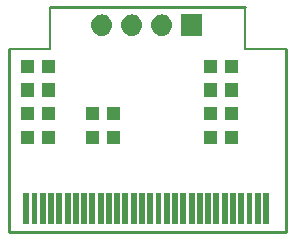
<source format=gts>
G04 #@! TF.GenerationSoftware,KiCad,Pcbnew,(2018-02-15 revision 29b28de31)-makepkg*
G04 #@! TF.CreationDate,2018-04-28T16:50:53+09:30*
G04 #@! TF.ProjectId,short_oled_ssd1306,73686F72745F6F6C65645F7373643133,rev?*
G04 #@! TF.SameCoordinates,Original*
G04 #@! TF.FileFunction,Soldermask,Top*
G04 #@! TF.FilePolarity,Negative*
%FSLAX46Y46*%
G04 Gerber Fmt 4.6, Leading zero omitted, Abs format (unit mm)*
G04 Created by KiCad (PCBNEW (2018-02-15 revision 29b28de31)-makepkg) date 04/28/18 16:50:53*
%MOMM*%
%LPD*%
G01*
G04 APERTURE LIST*
%ADD10C,0.200000*%
%ADD11C,0.254000*%
%ADD12C,0.100000*%
G04 APERTURE END LIST*
D10*
X199500000Y-131000000D02*
X203000000Y-131000000D01*
X199500000Y-127500000D02*
X199500000Y-131000000D01*
X183000000Y-131000000D02*
X183000000Y-127500000D01*
X179500000Y-131000000D02*
X183000000Y-131000000D01*
D11*
X179500000Y-131000000D02*
X179500000Y-146500000D01*
X203000000Y-131000000D02*
X203000000Y-146500000D01*
X183000000Y-127500000D02*
X199500000Y-127500000D01*
X179500000Y-146500000D02*
X203000000Y-146500000D01*
D12*
G36*
X201550800Y-145836800D02*
X201049200Y-145836800D01*
X201049200Y-143195200D01*
X201550800Y-143195200D01*
X201550800Y-145836800D01*
X201550800Y-145836800D01*
G37*
G36*
X181250800Y-145836800D02*
X180749200Y-145836800D01*
X180749200Y-143195200D01*
X181250800Y-143195200D01*
X181250800Y-145836800D01*
X181250800Y-145836800D01*
G37*
G36*
X200150800Y-145836800D02*
X199649200Y-145836800D01*
X199649200Y-143195200D01*
X200150800Y-143195200D01*
X200150800Y-145836800D01*
X200150800Y-145836800D01*
G37*
G36*
X199450800Y-145836800D02*
X198949200Y-145836800D01*
X198949200Y-143195200D01*
X199450800Y-143195200D01*
X199450800Y-145836800D01*
X199450800Y-145836800D01*
G37*
G36*
X198750800Y-145836800D02*
X198249200Y-145836800D01*
X198249200Y-143195200D01*
X198750800Y-143195200D01*
X198750800Y-145836800D01*
X198750800Y-145836800D01*
G37*
G36*
X198050800Y-145836800D02*
X197549200Y-145836800D01*
X197549200Y-143195200D01*
X198050800Y-143195200D01*
X198050800Y-145836800D01*
X198050800Y-145836800D01*
G37*
G36*
X197350800Y-145836800D02*
X196849200Y-145836800D01*
X196849200Y-143195200D01*
X197350800Y-143195200D01*
X197350800Y-145836800D01*
X197350800Y-145836800D01*
G37*
G36*
X196650800Y-145836800D02*
X196149200Y-145836800D01*
X196149200Y-143195200D01*
X196650800Y-143195200D01*
X196650800Y-145836800D01*
X196650800Y-145836800D01*
G37*
G36*
X195950800Y-145836800D02*
X195449200Y-145836800D01*
X195449200Y-143195200D01*
X195950800Y-143195200D01*
X195950800Y-145836800D01*
X195950800Y-145836800D01*
G37*
G36*
X195250800Y-145836800D02*
X194749200Y-145836800D01*
X194749200Y-143195200D01*
X195250800Y-143195200D01*
X195250800Y-145836800D01*
X195250800Y-145836800D01*
G37*
G36*
X194550800Y-145836800D02*
X194049200Y-145836800D01*
X194049200Y-143195200D01*
X194550800Y-143195200D01*
X194550800Y-145836800D01*
X194550800Y-145836800D01*
G37*
G36*
X193850800Y-145836800D02*
X193349200Y-145836800D01*
X193349200Y-143195200D01*
X193850800Y-143195200D01*
X193850800Y-145836800D01*
X193850800Y-145836800D01*
G37*
G36*
X193150800Y-145836800D02*
X192649200Y-145836800D01*
X192649200Y-143195200D01*
X193150800Y-143195200D01*
X193150800Y-145836800D01*
X193150800Y-145836800D01*
G37*
G36*
X192450800Y-145836800D02*
X191949200Y-145836800D01*
X191949200Y-143195200D01*
X192450800Y-143195200D01*
X192450800Y-145836800D01*
X192450800Y-145836800D01*
G37*
G36*
X200850800Y-145836800D02*
X200349200Y-145836800D01*
X200349200Y-143195200D01*
X200850800Y-143195200D01*
X200850800Y-145836800D01*
X200850800Y-145836800D01*
G37*
G36*
X182650800Y-145836800D02*
X182149200Y-145836800D01*
X182149200Y-143195200D01*
X182650800Y-143195200D01*
X182650800Y-145836800D01*
X182650800Y-145836800D01*
G37*
G36*
X181950800Y-145836800D02*
X181449200Y-145836800D01*
X181449200Y-143195200D01*
X181950800Y-143195200D01*
X181950800Y-145836800D01*
X181950800Y-145836800D01*
G37*
G36*
X191750800Y-145836800D02*
X191249200Y-145836800D01*
X191249200Y-143195200D01*
X191750800Y-143195200D01*
X191750800Y-145836800D01*
X191750800Y-145836800D01*
G37*
G36*
X191050800Y-145836800D02*
X190549200Y-145836800D01*
X190549200Y-143195200D01*
X191050800Y-143195200D01*
X191050800Y-145836800D01*
X191050800Y-145836800D01*
G37*
G36*
X190350800Y-145836800D02*
X189849200Y-145836800D01*
X189849200Y-143195200D01*
X190350800Y-143195200D01*
X190350800Y-145836800D01*
X190350800Y-145836800D01*
G37*
G36*
X189650800Y-145836800D02*
X189149200Y-145836800D01*
X189149200Y-143195200D01*
X189650800Y-143195200D01*
X189650800Y-145836800D01*
X189650800Y-145836800D01*
G37*
G36*
X188950800Y-145836800D02*
X188449200Y-145836800D01*
X188449200Y-143195200D01*
X188950800Y-143195200D01*
X188950800Y-145836800D01*
X188950800Y-145836800D01*
G37*
G36*
X188250800Y-145836800D02*
X187749200Y-145836800D01*
X187749200Y-143195200D01*
X188250800Y-143195200D01*
X188250800Y-145836800D01*
X188250800Y-145836800D01*
G37*
G36*
X187550800Y-145836800D02*
X187049200Y-145836800D01*
X187049200Y-143195200D01*
X187550800Y-143195200D01*
X187550800Y-145836800D01*
X187550800Y-145836800D01*
G37*
G36*
X186850800Y-145836800D02*
X186349200Y-145836800D01*
X186349200Y-143195200D01*
X186850800Y-143195200D01*
X186850800Y-145836800D01*
X186850800Y-145836800D01*
G37*
G36*
X186150800Y-145836800D02*
X185649200Y-145836800D01*
X185649200Y-143195200D01*
X186150800Y-143195200D01*
X186150800Y-145836800D01*
X186150800Y-145836800D01*
G37*
G36*
X185450800Y-145836800D02*
X184949200Y-145836800D01*
X184949200Y-143195200D01*
X185450800Y-143195200D01*
X185450800Y-145836800D01*
X185450800Y-145836800D01*
G37*
G36*
X184750800Y-145836800D02*
X184249200Y-145836800D01*
X184249200Y-143195200D01*
X184750800Y-143195200D01*
X184750800Y-145836800D01*
X184750800Y-145836800D01*
G37*
G36*
X184050800Y-145836800D02*
X183549200Y-145836800D01*
X183549200Y-143195200D01*
X184050800Y-143195200D01*
X184050800Y-145836800D01*
X184050800Y-145836800D01*
G37*
G36*
X183350800Y-145836800D02*
X182849200Y-145836800D01*
X182849200Y-143195200D01*
X183350800Y-143195200D01*
X183350800Y-145836800D01*
X183350800Y-145836800D01*
G37*
G36*
X183447800Y-139058800D02*
X182330200Y-139058800D01*
X182330200Y-137941200D01*
X183447800Y-137941200D01*
X183447800Y-139058800D01*
X183447800Y-139058800D01*
G37*
G36*
X181669800Y-139058800D02*
X180552200Y-139058800D01*
X180552200Y-137941200D01*
X181669800Y-137941200D01*
X181669800Y-139058800D01*
X181669800Y-139058800D01*
G37*
G36*
X188947800Y-139058800D02*
X187830200Y-139058800D01*
X187830200Y-137941200D01*
X188947800Y-137941200D01*
X188947800Y-139058800D01*
X188947800Y-139058800D01*
G37*
G36*
X198947800Y-139058800D02*
X197830200Y-139058800D01*
X197830200Y-137941200D01*
X198947800Y-137941200D01*
X198947800Y-139058800D01*
X198947800Y-139058800D01*
G37*
G36*
X187169800Y-139058800D02*
X186052200Y-139058800D01*
X186052200Y-137941200D01*
X187169800Y-137941200D01*
X187169800Y-139058800D01*
X187169800Y-139058800D01*
G37*
G36*
X197169800Y-139058800D02*
X196052200Y-139058800D01*
X196052200Y-137941200D01*
X197169800Y-137941200D01*
X197169800Y-139058800D01*
X197169800Y-139058800D01*
G37*
G36*
X183447800Y-137058800D02*
X182330200Y-137058800D01*
X182330200Y-135941200D01*
X183447800Y-135941200D01*
X183447800Y-137058800D01*
X183447800Y-137058800D01*
G37*
G36*
X181669800Y-137058800D02*
X180552200Y-137058800D01*
X180552200Y-135941200D01*
X181669800Y-135941200D01*
X181669800Y-137058800D01*
X181669800Y-137058800D01*
G37*
G36*
X187169800Y-137058800D02*
X186052200Y-137058800D01*
X186052200Y-135941200D01*
X187169800Y-135941200D01*
X187169800Y-137058800D01*
X187169800Y-137058800D01*
G37*
G36*
X188947800Y-137058800D02*
X187830200Y-137058800D01*
X187830200Y-135941200D01*
X188947800Y-135941200D01*
X188947800Y-137058800D01*
X188947800Y-137058800D01*
G37*
G36*
X197169800Y-137058800D02*
X196052200Y-137058800D01*
X196052200Y-135941200D01*
X197169800Y-135941200D01*
X197169800Y-137058800D01*
X197169800Y-137058800D01*
G37*
G36*
X198947800Y-137058800D02*
X197830200Y-137058800D01*
X197830200Y-135941200D01*
X198947800Y-135941200D01*
X198947800Y-137058800D01*
X198947800Y-137058800D01*
G37*
G36*
X181669800Y-135058800D02*
X180552200Y-135058800D01*
X180552200Y-133941200D01*
X181669800Y-133941200D01*
X181669800Y-135058800D01*
X181669800Y-135058800D01*
G37*
G36*
X198947800Y-135058800D02*
X197830200Y-135058800D01*
X197830200Y-133941200D01*
X198947800Y-133941200D01*
X198947800Y-135058800D01*
X198947800Y-135058800D01*
G37*
G36*
X197169800Y-135058800D02*
X196052200Y-135058800D01*
X196052200Y-133941200D01*
X197169800Y-133941200D01*
X197169800Y-135058800D01*
X197169800Y-135058800D01*
G37*
G36*
X183447800Y-135058800D02*
X182330200Y-135058800D01*
X182330200Y-133941200D01*
X183447800Y-133941200D01*
X183447800Y-135058800D01*
X183447800Y-135058800D01*
G37*
G36*
X198947800Y-133058800D02*
X197830200Y-133058800D01*
X197830200Y-131941200D01*
X198947800Y-131941200D01*
X198947800Y-133058800D01*
X198947800Y-133058800D01*
G37*
G36*
X183447800Y-133058800D02*
X182330200Y-133058800D01*
X182330200Y-131941200D01*
X183447800Y-131941200D01*
X183447800Y-133058800D01*
X183447800Y-133058800D01*
G37*
G36*
X181669800Y-133058800D02*
X180552200Y-133058800D01*
X180552200Y-131941200D01*
X181669800Y-131941200D01*
X181669800Y-133058800D01*
X181669800Y-133058800D01*
G37*
G36*
X197169800Y-133058800D02*
X196052200Y-133058800D01*
X196052200Y-131941200D01*
X197169800Y-131941200D01*
X197169800Y-133058800D01*
X197169800Y-133058800D01*
G37*
G36*
X187556588Y-128112234D02*
X187556591Y-128112235D01*
X187726388Y-128163742D01*
X187882880Y-128247389D01*
X188020044Y-128359956D01*
X188132611Y-128497120D01*
X188216258Y-128653612D01*
X188261875Y-128803992D01*
X188267766Y-128823412D01*
X188285158Y-129000000D01*
X188267766Y-129176588D01*
X188267765Y-129176591D01*
X188216258Y-129346388D01*
X188132611Y-129502880D01*
X188020044Y-129640044D01*
X187882880Y-129752611D01*
X187726388Y-129836258D01*
X187576008Y-129881875D01*
X187556588Y-129887766D01*
X187424249Y-129900800D01*
X187335751Y-129900800D01*
X187203412Y-129887766D01*
X187183992Y-129881875D01*
X187033612Y-129836258D01*
X186877120Y-129752611D01*
X186739956Y-129640044D01*
X186627389Y-129502880D01*
X186543742Y-129346388D01*
X186492235Y-129176591D01*
X186492234Y-129176588D01*
X186474842Y-129000000D01*
X186492234Y-128823412D01*
X186498125Y-128803992D01*
X186543742Y-128653612D01*
X186627389Y-128497120D01*
X186739956Y-128359956D01*
X186877120Y-128247389D01*
X187033612Y-128163742D01*
X187203409Y-128112235D01*
X187203412Y-128112234D01*
X187335751Y-128099200D01*
X187424249Y-128099200D01*
X187556588Y-128112234D01*
X187556588Y-128112234D01*
G37*
G36*
X195900800Y-129900800D02*
X194099200Y-129900800D01*
X194099200Y-128099200D01*
X195900800Y-128099200D01*
X195900800Y-129900800D01*
X195900800Y-129900800D01*
G37*
G36*
X190096588Y-128112234D02*
X190096591Y-128112235D01*
X190266388Y-128163742D01*
X190422880Y-128247389D01*
X190560044Y-128359956D01*
X190672611Y-128497120D01*
X190756258Y-128653612D01*
X190801875Y-128803992D01*
X190807766Y-128823412D01*
X190825158Y-129000000D01*
X190807766Y-129176588D01*
X190807765Y-129176591D01*
X190756258Y-129346388D01*
X190672611Y-129502880D01*
X190560044Y-129640044D01*
X190422880Y-129752611D01*
X190266388Y-129836258D01*
X190116008Y-129881875D01*
X190096588Y-129887766D01*
X189964249Y-129900800D01*
X189875751Y-129900800D01*
X189743412Y-129887766D01*
X189723992Y-129881875D01*
X189573612Y-129836258D01*
X189417120Y-129752611D01*
X189279956Y-129640044D01*
X189167389Y-129502880D01*
X189083742Y-129346388D01*
X189032235Y-129176591D01*
X189032234Y-129176588D01*
X189014842Y-129000000D01*
X189032234Y-128823412D01*
X189038125Y-128803992D01*
X189083742Y-128653612D01*
X189167389Y-128497120D01*
X189279956Y-128359956D01*
X189417120Y-128247389D01*
X189573612Y-128163742D01*
X189743409Y-128112235D01*
X189743412Y-128112234D01*
X189875751Y-128099200D01*
X189964249Y-128099200D01*
X190096588Y-128112234D01*
X190096588Y-128112234D01*
G37*
G36*
X192636588Y-128112234D02*
X192636591Y-128112235D01*
X192806388Y-128163742D01*
X192962880Y-128247389D01*
X193100044Y-128359956D01*
X193212611Y-128497120D01*
X193296258Y-128653612D01*
X193341875Y-128803992D01*
X193347766Y-128823412D01*
X193365158Y-129000000D01*
X193347766Y-129176588D01*
X193347765Y-129176591D01*
X193296258Y-129346388D01*
X193212611Y-129502880D01*
X193100044Y-129640044D01*
X192962880Y-129752611D01*
X192806388Y-129836258D01*
X192656008Y-129881875D01*
X192636588Y-129887766D01*
X192504249Y-129900800D01*
X192415751Y-129900800D01*
X192283412Y-129887766D01*
X192263992Y-129881875D01*
X192113612Y-129836258D01*
X191957120Y-129752611D01*
X191819956Y-129640044D01*
X191707389Y-129502880D01*
X191623742Y-129346388D01*
X191572235Y-129176591D01*
X191572234Y-129176588D01*
X191554842Y-129000000D01*
X191572234Y-128823412D01*
X191578125Y-128803992D01*
X191623742Y-128653612D01*
X191707389Y-128497120D01*
X191819956Y-128359956D01*
X191957120Y-128247389D01*
X192113612Y-128163742D01*
X192283409Y-128112235D01*
X192283412Y-128112234D01*
X192415751Y-128099200D01*
X192504249Y-128099200D01*
X192636588Y-128112234D01*
X192636588Y-128112234D01*
G37*
M02*

</source>
